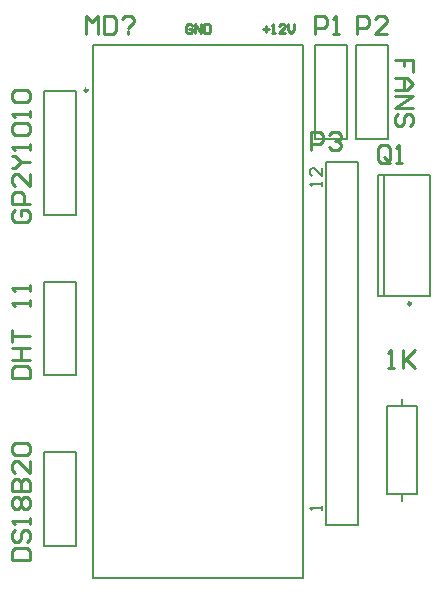
<source format=gto>
G04*
G04 #@! TF.GenerationSoftware,Altium Limited,Altium Designer,24.3.1 (35)*
G04*
G04 Layer_Color=65535*
%FSLAX44Y44*%
%MOMM*%
G71*
G04*
G04 #@! TF.SameCoordinates,CBE22366-BCBC-4AD3-9382-8576DD61E297*
G04*
G04*
G04 #@! TF.FilePolarity,Positive*
G04*
G01*
G75*
%ADD10C,0.2500*%
%ADD11C,0.2000*%
%ADD12C,0.1524*%
%ADD13C,0.2540*%
D10*
X321640Y1192530D02*
G03*
X321640Y1192530I-1250J0D01*
G01*
X595610Y1011840D02*
G03*
X595610Y1011840I-1250J0D01*
G01*
D11*
X326390Y779780D02*
Y1230630D01*
Y779780D02*
X504190D01*
Y1230630D01*
X326390D02*
X504190D01*
X523963Y1131800D02*
X550863D01*
X523963Y824000D02*
Y1131800D01*
Y824000D02*
X550863D01*
Y1131800D01*
X285000Y806901D02*
X311900D01*
Y886101D01*
X285000D02*
X311900D01*
X285000Y806901D02*
Y886101D01*
Y951042D02*
X311900D01*
Y1030242D01*
X285000D02*
X311900D01*
X285000Y951042D02*
Y1030242D01*
X311900Y1087209D02*
Y1191809D01*
X285000Y1087209D02*
X311900D01*
X285000D02*
Y1191809D01*
X311900D01*
X588010Y925230D02*
Y931030D01*
Y844430D02*
Y850230D01*
X575560D02*
X600460D01*
Y925230D01*
X575560D02*
X600460D01*
X575560Y850230D02*
Y925230D01*
X567860Y1018340D02*
X611860D01*
X567860Y1120340D02*
X611860D01*
Y1018340D02*
Y1120340D01*
X567860Y1018340D02*
Y1120340D01*
X572860Y1018340D02*
Y1120340D01*
X549298Y1151180D02*
X576198D01*
Y1230380D01*
X549298D02*
X576198D01*
X549298Y1151180D02*
Y1230380D01*
X514367Y1151180D02*
X541268D01*
Y1230380D01*
X514367D02*
X541268D01*
X514367Y1151180D02*
Y1230380D01*
D12*
X520413Y1111300D02*
Y1114686D01*
Y1112993D01*
X510257D01*
X511949Y1111300D01*
X520413Y1126535D02*
Y1119764D01*
X513642Y1126535D01*
X511949D01*
X510257Y1124842D01*
Y1121457D01*
X511949Y1119764D01*
X520413Y837000D02*
Y840386D01*
Y838693D01*
X510257D01*
X511949Y837000D01*
D13*
X410208Y1247138D02*
X408939Y1248408D01*
X406400D01*
X405130Y1247138D01*
Y1242060D01*
X406400Y1240790D01*
X408939D01*
X410208Y1242060D01*
Y1244599D01*
X407669D01*
X412747Y1240790D02*
Y1248408D01*
X417826Y1240790D01*
Y1248408D01*
X420365D02*
Y1240790D01*
X424174D01*
X425443Y1242060D01*
Y1247138D01*
X424174Y1248408D01*
X420365D01*
X470043Y1244497D02*
X475122D01*
X472582Y1247036D02*
Y1241957D01*
X477661Y1240688D02*
X480200D01*
X478930D01*
Y1248305D01*
X477661Y1247036D01*
X489087Y1240688D02*
X484009D01*
X489087Y1245766D01*
Y1247036D01*
X487817Y1248305D01*
X485278D01*
X484009Y1247036D01*
X491626Y1248305D02*
Y1243227D01*
X494165Y1240688D01*
X496705Y1243227D01*
Y1248305D01*
X596895Y1207773D02*
Y1217930D01*
X589277D01*
Y1212852D01*
Y1217930D01*
X581660D01*
Y1202695D02*
X591817D01*
X596895Y1197617D01*
X591817Y1192538D01*
X581660D01*
X589277D01*
Y1202695D01*
X581660Y1187460D02*
X596895D01*
X581660Y1177303D01*
X596895D01*
X594356Y1162068D02*
X596895Y1164607D01*
Y1169686D01*
X594356Y1172225D01*
X591817D01*
X589277Y1169686D01*
Y1164607D01*
X586738Y1162068D01*
X584199D01*
X581660Y1164607D01*
Y1169686D01*
X584199Y1172225D01*
X260352Y1090945D02*
X257812Y1088406D01*
Y1083327D01*
X260352Y1080788D01*
X270508D01*
X273048Y1083327D01*
Y1088406D01*
X270508Y1090945D01*
X265430D01*
Y1085866D01*
X273048Y1096023D02*
X257812D01*
Y1103641D01*
X260352Y1106180D01*
X265430D01*
X267969Y1103641D01*
Y1096023D01*
X273048Y1121415D02*
Y1111258D01*
X262891Y1121415D01*
X260352D01*
X257812Y1118876D01*
Y1113797D01*
X260352Y1111258D01*
X257812Y1126493D02*
X260352D01*
X265430Y1131572D01*
X260352Y1136650D01*
X257812D01*
X265430Y1131572D02*
X273048D01*
Y1141728D02*
Y1146807D01*
Y1144268D01*
X257812D01*
X260352Y1141728D01*
Y1154424D02*
X257812Y1156963D01*
Y1162042D01*
X260352Y1164581D01*
X270508D01*
X273048Y1162042D01*
Y1156963D01*
X270508Y1154424D01*
X260352D01*
X273048Y1169659D02*
Y1174738D01*
Y1172198D01*
X257812D01*
X260352Y1169659D01*
Y1182355D02*
X257812Y1184894D01*
Y1189973D01*
X260352Y1192512D01*
X270508D01*
X273048Y1189973D01*
Y1184894D01*
X270508Y1182355D01*
X260352D01*
X577847Y1133347D02*
Y1143504D01*
X575308Y1146043D01*
X570229D01*
X567690Y1143504D01*
Y1133347D01*
X570229Y1130808D01*
X575308D01*
X572768Y1135886D02*
X577847Y1130808D01*
X575308D02*
X577847Y1133347D01*
X582925Y1130808D02*
X588003D01*
X585464D01*
Y1146043D01*
X582925Y1143504D01*
X576072Y957580D02*
X581150D01*
X578611D01*
Y972815D01*
X576072Y970276D01*
X588768Y972815D02*
Y957580D01*
Y962658D01*
X598925Y972815D01*
X591307Y965198D01*
X598925Y957580D01*
X257812Y948703D02*
X273048D01*
Y956320D01*
X270508Y958859D01*
X260352D01*
X257812Y956320D01*
Y948703D01*
Y963938D02*
X273048D01*
X265430D01*
Y974094D01*
X257812D01*
X273048D01*
X257812Y979173D02*
Y989330D01*
Y984251D01*
X273048D01*
Y1009643D02*
Y1014721D01*
Y1012182D01*
X257812D01*
X260352Y1009643D01*
X273048Y1022339D02*
Y1027417D01*
Y1024878D01*
X257812D01*
X260352Y1022339D01*
X257812Y795036D02*
X273048D01*
Y802654D01*
X270508Y805193D01*
X260352D01*
X257812Y802654D01*
Y795036D01*
X260352Y820428D02*
X257812Y817889D01*
Y812810D01*
X260352Y810271D01*
X262891D01*
X265430Y812810D01*
Y817889D01*
X267969Y820428D01*
X270508D01*
X273048Y817889D01*
Y812810D01*
X270508Y810271D01*
X273048Y825506D02*
Y830584D01*
Y828045D01*
X257812D01*
X260352Y825506D01*
Y838202D02*
X257812Y840741D01*
Y845820D01*
X260352Y848359D01*
X262891D01*
X265430Y845820D01*
X267969Y848359D01*
X270508D01*
X273048Y845820D01*
Y840741D01*
X270508Y838202D01*
X267969D01*
X265430Y840741D01*
X262891Y838202D01*
X260352D01*
X265430Y840741D02*
Y845820D01*
X257812Y853437D02*
X273048D01*
Y861055D01*
X270508Y863594D01*
X267969D01*
X265430Y861055D01*
Y853437D01*
Y861055D01*
X262891Y863594D01*
X260352D01*
X257812Y861055D01*
Y853437D01*
X273048Y878829D02*
Y868672D01*
X262891Y878829D01*
X260352D01*
X257812Y876290D01*
Y871211D01*
X260352Y868672D01*
Y883907D02*
X257812Y886447D01*
Y891525D01*
X260352Y894064D01*
X270508D01*
X273048Y891525D01*
Y886447D01*
X270508Y883907D01*
X260352D01*
X510544Y1141732D02*
Y1156967D01*
X518162D01*
X520701Y1154428D01*
Y1149350D01*
X518162Y1146811D01*
X510544D01*
X525779Y1154428D02*
X528318Y1156967D01*
X533397D01*
X535936Y1154428D01*
Y1151889D01*
X533397Y1149350D01*
X530858D01*
X533397D01*
X535936Y1146811D01*
Y1144272D01*
X533397Y1141732D01*
X528318D01*
X525779Y1144272D01*
X549656Y1240282D02*
Y1255517D01*
X557273D01*
X559813Y1252978D01*
Y1247899D01*
X557273Y1245360D01*
X549656D01*
X575048Y1240282D02*
X564891D01*
X575048Y1250439D01*
Y1252978D01*
X572509Y1255517D01*
X567430D01*
X564891Y1252978D01*
X514604Y1240282D02*
Y1255517D01*
X522221D01*
X524761Y1252978D01*
Y1247899D01*
X522221Y1245360D01*
X514604D01*
X529839Y1240282D02*
X534917D01*
X532378D01*
Y1255517D01*
X529839Y1252978D01*
X320548Y1240282D02*
Y1255517D01*
X325626Y1250439D01*
X330705Y1255517D01*
Y1240282D01*
X335783Y1255517D02*
Y1240282D01*
X343401D01*
X345940Y1242821D01*
Y1252978D01*
X343401Y1255517D01*
X335783D01*
X351018Y1252978D02*
X353557Y1255517D01*
X358636D01*
X361175Y1252978D01*
Y1250439D01*
X356096Y1245360D01*
Y1242821D02*
Y1240282D01*
M02*

</source>
